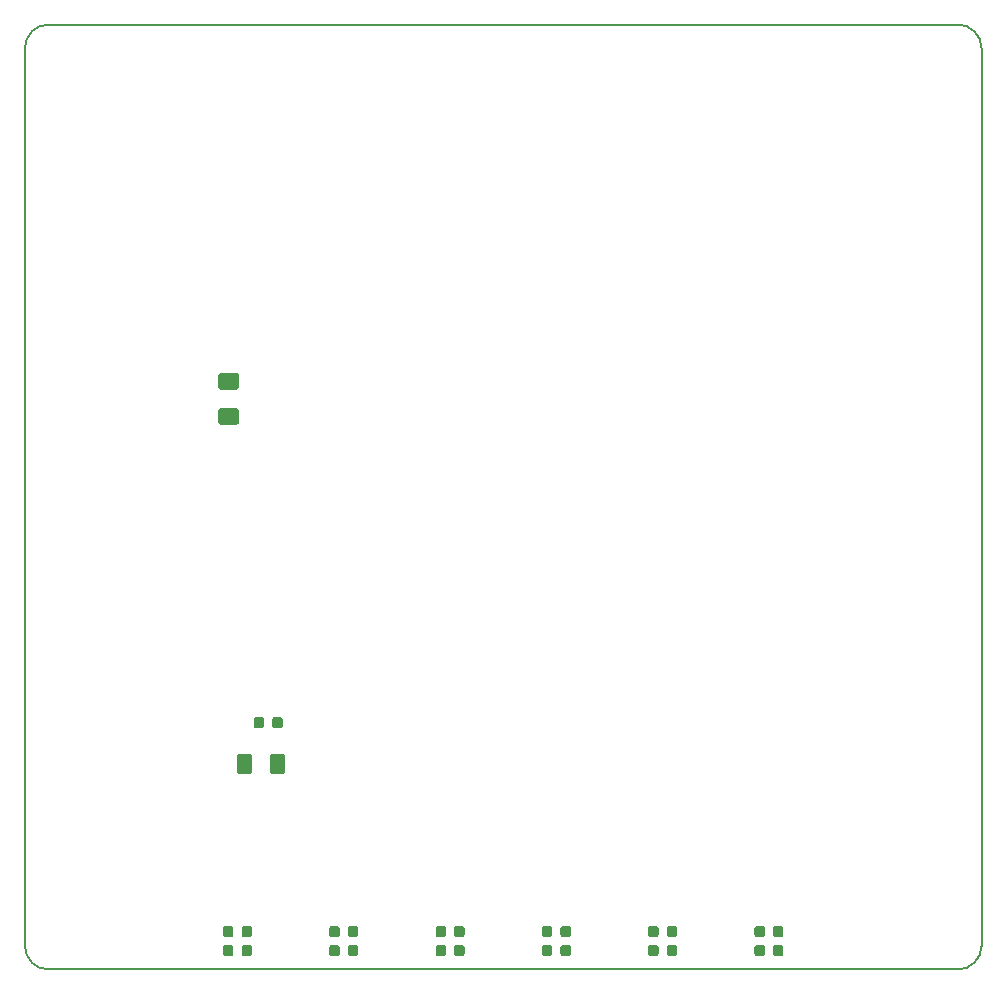
<source format=gbr>
G04 #@! TF.GenerationSoftware,KiCad,Pcbnew,5.1.5-52549c5~84~ubuntu19.10.1*
G04 #@! TF.CreationDate,2020-02-14T21:39:38+02:00*
G04 #@! TF.ProjectId,GB-BRK-SLOT-B,47422d42-524b-42d5-934c-4f542d422e6b,v1.0*
G04 #@! TF.SameCoordinates,Original*
G04 #@! TF.FileFunction,Paste,Top*
G04 #@! TF.FilePolarity,Positive*
%FSLAX46Y46*%
G04 Gerber Fmt 4.6, Leading zero omitted, Abs format (unit mm)*
G04 Created by KiCad (PCBNEW 5.1.5-52549c5~84~ubuntu19.10.1) date 2020-02-14 21:39:38*
%MOMM*%
%LPD*%
G04 APERTURE LIST*
%ADD10C,0.150000*%
%ADD11C,0.100000*%
G04 APERTURE END LIST*
D10*
X128000000Y-148000000D02*
G75*
G02X126000000Y-150000000I-2000000J0D01*
G01*
X49000000Y-150000000D02*
G75*
G02X47000000Y-148000000I0J2000000D01*
G01*
X47000000Y-72000000D02*
G75*
G02X49000000Y-70000000I2000000J0D01*
G01*
X126000000Y-70000000D02*
G75*
G02X128000000Y-72000000I0J-2000000D01*
G01*
X128000000Y-72000000D02*
X128000000Y-148000000D01*
X49000000Y-70000000D02*
X126000000Y-70000000D01*
X49000000Y-150000000D02*
X126000000Y-150000000D01*
X47000000Y-72000000D02*
X47000000Y-148000000D01*
D11*
G36*
X64899504Y-102466204D02*
G01*
X64923773Y-102469804D01*
X64947571Y-102475765D01*
X64970671Y-102484030D01*
X64992849Y-102494520D01*
X65013893Y-102507133D01*
X65033598Y-102521747D01*
X65051777Y-102538223D01*
X65068253Y-102556402D01*
X65082867Y-102576107D01*
X65095480Y-102597151D01*
X65105970Y-102619329D01*
X65114235Y-102642429D01*
X65120196Y-102666227D01*
X65123796Y-102690496D01*
X65125000Y-102715000D01*
X65125000Y-103640000D01*
X65123796Y-103664504D01*
X65120196Y-103688773D01*
X65114235Y-103712571D01*
X65105970Y-103735671D01*
X65095480Y-103757849D01*
X65082867Y-103778893D01*
X65068253Y-103798598D01*
X65051777Y-103816777D01*
X65033598Y-103833253D01*
X65013893Y-103847867D01*
X64992849Y-103860480D01*
X64970671Y-103870970D01*
X64947571Y-103879235D01*
X64923773Y-103885196D01*
X64899504Y-103888796D01*
X64875000Y-103890000D01*
X63625000Y-103890000D01*
X63600496Y-103888796D01*
X63576227Y-103885196D01*
X63552429Y-103879235D01*
X63529329Y-103870970D01*
X63507151Y-103860480D01*
X63486107Y-103847867D01*
X63466402Y-103833253D01*
X63448223Y-103816777D01*
X63431747Y-103798598D01*
X63417133Y-103778893D01*
X63404520Y-103757849D01*
X63394030Y-103735671D01*
X63385765Y-103712571D01*
X63379804Y-103688773D01*
X63376204Y-103664504D01*
X63375000Y-103640000D01*
X63375000Y-102715000D01*
X63376204Y-102690496D01*
X63379804Y-102666227D01*
X63385765Y-102642429D01*
X63394030Y-102619329D01*
X63404520Y-102597151D01*
X63417133Y-102576107D01*
X63431747Y-102556402D01*
X63448223Y-102538223D01*
X63466402Y-102521747D01*
X63486107Y-102507133D01*
X63507151Y-102494520D01*
X63529329Y-102484030D01*
X63552429Y-102475765D01*
X63576227Y-102469804D01*
X63600496Y-102466204D01*
X63625000Y-102465000D01*
X64875000Y-102465000D01*
X64899504Y-102466204D01*
G37*
G36*
X64899504Y-99491204D02*
G01*
X64923773Y-99494804D01*
X64947571Y-99500765D01*
X64970671Y-99509030D01*
X64992849Y-99519520D01*
X65013893Y-99532133D01*
X65033598Y-99546747D01*
X65051777Y-99563223D01*
X65068253Y-99581402D01*
X65082867Y-99601107D01*
X65095480Y-99622151D01*
X65105970Y-99644329D01*
X65114235Y-99667429D01*
X65120196Y-99691227D01*
X65123796Y-99715496D01*
X65125000Y-99740000D01*
X65125000Y-100665000D01*
X65123796Y-100689504D01*
X65120196Y-100713773D01*
X65114235Y-100737571D01*
X65105970Y-100760671D01*
X65095480Y-100782849D01*
X65082867Y-100803893D01*
X65068253Y-100823598D01*
X65051777Y-100841777D01*
X65033598Y-100858253D01*
X65013893Y-100872867D01*
X64992849Y-100885480D01*
X64970671Y-100895970D01*
X64947571Y-100904235D01*
X64923773Y-100910196D01*
X64899504Y-100913796D01*
X64875000Y-100915000D01*
X63625000Y-100915000D01*
X63600496Y-100913796D01*
X63576227Y-100910196D01*
X63552429Y-100904235D01*
X63529329Y-100895970D01*
X63507151Y-100885480D01*
X63486107Y-100872867D01*
X63466402Y-100858253D01*
X63448223Y-100841777D01*
X63431747Y-100823598D01*
X63417133Y-100803893D01*
X63404520Y-100782849D01*
X63394030Y-100760671D01*
X63385765Y-100737571D01*
X63379804Y-100713773D01*
X63376204Y-100689504D01*
X63375000Y-100665000D01*
X63375000Y-99740000D01*
X63376204Y-99715496D01*
X63379804Y-99691227D01*
X63385765Y-99667429D01*
X63394030Y-99644329D01*
X63404520Y-99622151D01*
X63417133Y-99601107D01*
X63431747Y-99581402D01*
X63448223Y-99563223D01*
X63466402Y-99546747D01*
X63486107Y-99532133D01*
X63507151Y-99519520D01*
X63529329Y-99509030D01*
X63552429Y-99500765D01*
X63576227Y-99494804D01*
X63600496Y-99491204D01*
X63625000Y-99490000D01*
X64875000Y-99490000D01*
X64899504Y-99491204D01*
G37*
G36*
X66027691Y-147926053D02*
G01*
X66048926Y-147929203D01*
X66069750Y-147934419D01*
X66089962Y-147941651D01*
X66109368Y-147950830D01*
X66127781Y-147961866D01*
X66145024Y-147974654D01*
X66160930Y-147989070D01*
X66175346Y-148004976D01*
X66188134Y-148022219D01*
X66199170Y-148040632D01*
X66208349Y-148060038D01*
X66215581Y-148080250D01*
X66220797Y-148101074D01*
X66223947Y-148122309D01*
X66225000Y-148143750D01*
X66225000Y-148656250D01*
X66223947Y-148677691D01*
X66220797Y-148698926D01*
X66215581Y-148719750D01*
X66208349Y-148739962D01*
X66199170Y-148759368D01*
X66188134Y-148777781D01*
X66175346Y-148795024D01*
X66160930Y-148810930D01*
X66145024Y-148825346D01*
X66127781Y-148838134D01*
X66109368Y-148849170D01*
X66089962Y-148858349D01*
X66069750Y-148865581D01*
X66048926Y-148870797D01*
X66027691Y-148873947D01*
X66006250Y-148875000D01*
X65568750Y-148875000D01*
X65547309Y-148873947D01*
X65526074Y-148870797D01*
X65505250Y-148865581D01*
X65485038Y-148858349D01*
X65465632Y-148849170D01*
X65447219Y-148838134D01*
X65429976Y-148825346D01*
X65414070Y-148810930D01*
X65399654Y-148795024D01*
X65386866Y-148777781D01*
X65375830Y-148759368D01*
X65366651Y-148739962D01*
X65359419Y-148719750D01*
X65354203Y-148698926D01*
X65351053Y-148677691D01*
X65350000Y-148656250D01*
X65350000Y-148143750D01*
X65351053Y-148122309D01*
X65354203Y-148101074D01*
X65359419Y-148080250D01*
X65366651Y-148060038D01*
X65375830Y-148040632D01*
X65386866Y-148022219D01*
X65399654Y-148004976D01*
X65414070Y-147989070D01*
X65429976Y-147974654D01*
X65447219Y-147961866D01*
X65465632Y-147950830D01*
X65485038Y-147941651D01*
X65505250Y-147934419D01*
X65526074Y-147929203D01*
X65547309Y-147926053D01*
X65568750Y-147925000D01*
X66006250Y-147925000D01*
X66027691Y-147926053D01*
G37*
G36*
X64452691Y-147926053D02*
G01*
X64473926Y-147929203D01*
X64494750Y-147934419D01*
X64514962Y-147941651D01*
X64534368Y-147950830D01*
X64552781Y-147961866D01*
X64570024Y-147974654D01*
X64585930Y-147989070D01*
X64600346Y-148004976D01*
X64613134Y-148022219D01*
X64624170Y-148040632D01*
X64633349Y-148060038D01*
X64640581Y-148080250D01*
X64645797Y-148101074D01*
X64648947Y-148122309D01*
X64650000Y-148143750D01*
X64650000Y-148656250D01*
X64648947Y-148677691D01*
X64645797Y-148698926D01*
X64640581Y-148719750D01*
X64633349Y-148739962D01*
X64624170Y-148759368D01*
X64613134Y-148777781D01*
X64600346Y-148795024D01*
X64585930Y-148810930D01*
X64570024Y-148825346D01*
X64552781Y-148838134D01*
X64534368Y-148849170D01*
X64514962Y-148858349D01*
X64494750Y-148865581D01*
X64473926Y-148870797D01*
X64452691Y-148873947D01*
X64431250Y-148875000D01*
X63993750Y-148875000D01*
X63972309Y-148873947D01*
X63951074Y-148870797D01*
X63930250Y-148865581D01*
X63910038Y-148858349D01*
X63890632Y-148849170D01*
X63872219Y-148838134D01*
X63854976Y-148825346D01*
X63839070Y-148810930D01*
X63824654Y-148795024D01*
X63811866Y-148777781D01*
X63800830Y-148759368D01*
X63791651Y-148739962D01*
X63784419Y-148719750D01*
X63779203Y-148698926D01*
X63776053Y-148677691D01*
X63775000Y-148656250D01*
X63775000Y-148143750D01*
X63776053Y-148122309D01*
X63779203Y-148101074D01*
X63784419Y-148080250D01*
X63791651Y-148060038D01*
X63800830Y-148040632D01*
X63811866Y-148022219D01*
X63824654Y-148004976D01*
X63839070Y-147989070D01*
X63854976Y-147974654D01*
X63872219Y-147961866D01*
X63890632Y-147950830D01*
X63910038Y-147941651D01*
X63930250Y-147934419D01*
X63951074Y-147929203D01*
X63972309Y-147926053D01*
X63993750Y-147925000D01*
X64431250Y-147925000D01*
X64452691Y-147926053D01*
G37*
G36*
X66027691Y-146326053D02*
G01*
X66048926Y-146329203D01*
X66069750Y-146334419D01*
X66089962Y-146341651D01*
X66109368Y-146350830D01*
X66127781Y-146361866D01*
X66145024Y-146374654D01*
X66160930Y-146389070D01*
X66175346Y-146404976D01*
X66188134Y-146422219D01*
X66199170Y-146440632D01*
X66208349Y-146460038D01*
X66215581Y-146480250D01*
X66220797Y-146501074D01*
X66223947Y-146522309D01*
X66225000Y-146543750D01*
X66225000Y-147056250D01*
X66223947Y-147077691D01*
X66220797Y-147098926D01*
X66215581Y-147119750D01*
X66208349Y-147139962D01*
X66199170Y-147159368D01*
X66188134Y-147177781D01*
X66175346Y-147195024D01*
X66160930Y-147210930D01*
X66145024Y-147225346D01*
X66127781Y-147238134D01*
X66109368Y-147249170D01*
X66089962Y-147258349D01*
X66069750Y-147265581D01*
X66048926Y-147270797D01*
X66027691Y-147273947D01*
X66006250Y-147275000D01*
X65568750Y-147275000D01*
X65547309Y-147273947D01*
X65526074Y-147270797D01*
X65505250Y-147265581D01*
X65485038Y-147258349D01*
X65465632Y-147249170D01*
X65447219Y-147238134D01*
X65429976Y-147225346D01*
X65414070Y-147210930D01*
X65399654Y-147195024D01*
X65386866Y-147177781D01*
X65375830Y-147159368D01*
X65366651Y-147139962D01*
X65359419Y-147119750D01*
X65354203Y-147098926D01*
X65351053Y-147077691D01*
X65350000Y-147056250D01*
X65350000Y-146543750D01*
X65351053Y-146522309D01*
X65354203Y-146501074D01*
X65359419Y-146480250D01*
X65366651Y-146460038D01*
X65375830Y-146440632D01*
X65386866Y-146422219D01*
X65399654Y-146404976D01*
X65414070Y-146389070D01*
X65429976Y-146374654D01*
X65447219Y-146361866D01*
X65465632Y-146350830D01*
X65485038Y-146341651D01*
X65505250Y-146334419D01*
X65526074Y-146329203D01*
X65547309Y-146326053D01*
X65568750Y-146325000D01*
X66006250Y-146325000D01*
X66027691Y-146326053D01*
G37*
G36*
X64452691Y-146326053D02*
G01*
X64473926Y-146329203D01*
X64494750Y-146334419D01*
X64514962Y-146341651D01*
X64534368Y-146350830D01*
X64552781Y-146361866D01*
X64570024Y-146374654D01*
X64585930Y-146389070D01*
X64600346Y-146404976D01*
X64613134Y-146422219D01*
X64624170Y-146440632D01*
X64633349Y-146460038D01*
X64640581Y-146480250D01*
X64645797Y-146501074D01*
X64648947Y-146522309D01*
X64650000Y-146543750D01*
X64650000Y-147056250D01*
X64648947Y-147077691D01*
X64645797Y-147098926D01*
X64640581Y-147119750D01*
X64633349Y-147139962D01*
X64624170Y-147159368D01*
X64613134Y-147177781D01*
X64600346Y-147195024D01*
X64585930Y-147210930D01*
X64570024Y-147225346D01*
X64552781Y-147238134D01*
X64534368Y-147249170D01*
X64514962Y-147258349D01*
X64494750Y-147265581D01*
X64473926Y-147270797D01*
X64452691Y-147273947D01*
X64431250Y-147275000D01*
X63993750Y-147275000D01*
X63972309Y-147273947D01*
X63951074Y-147270797D01*
X63930250Y-147265581D01*
X63910038Y-147258349D01*
X63890632Y-147249170D01*
X63872219Y-147238134D01*
X63854976Y-147225346D01*
X63839070Y-147210930D01*
X63824654Y-147195024D01*
X63811866Y-147177781D01*
X63800830Y-147159368D01*
X63791651Y-147139962D01*
X63784419Y-147119750D01*
X63779203Y-147098926D01*
X63776053Y-147077691D01*
X63775000Y-147056250D01*
X63775000Y-146543750D01*
X63776053Y-146522309D01*
X63779203Y-146501074D01*
X63784419Y-146480250D01*
X63791651Y-146460038D01*
X63800830Y-146440632D01*
X63811866Y-146422219D01*
X63824654Y-146404976D01*
X63839070Y-146389070D01*
X63854976Y-146374654D01*
X63872219Y-146361866D01*
X63890632Y-146350830D01*
X63910038Y-146341651D01*
X63930250Y-146334419D01*
X63951074Y-146329203D01*
X63972309Y-146326053D01*
X63993750Y-146325000D01*
X64431250Y-146325000D01*
X64452691Y-146326053D01*
G37*
G36*
X65999504Y-131726204D02*
G01*
X66023773Y-131729804D01*
X66047571Y-131735765D01*
X66070671Y-131744030D01*
X66092849Y-131754520D01*
X66113893Y-131767133D01*
X66133598Y-131781747D01*
X66151777Y-131798223D01*
X66168253Y-131816402D01*
X66182867Y-131836107D01*
X66195480Y-131857151D01*
X66205970Y-131879329D01*
X66214235Y-131902429D01*
X66220196Y-131926227D01*
X66223796Y-131950496D01*
X66225000Y-131975000D01*
X66225000Y-133225000D01*
X66223796Y-133249504D01*
X66220196Y-133273773D01*
X66214235Y-133297571D01*
X66205970Y-133320671D01*
X66195480Y-133342849D01*
X66182867Y-133363893D01*
X66168253Y-133383598D01*
X66151777Y-133401777D01*
X66133598Y-133418253D01*
X66113893Y-133432867D01*
X66092849Y-133445480D01*
X66070671Y-133455970D01*
X66047571Y-133464235D01*
X66023773Y-133470196D01*
X65999504Y-133473796D01*
X65975000Y-133475000D01*
X65225000Y-133475000D01*
X65200496Y-133473796D01*
X65176227Y-133470196D01*
X65152429Y-133464235D01*
X65129329Y-133455970D01*
X65107151Y-133445480D01*
X65086107Y-133432867D01*
X65066402Y-133418253D01*
X65048223Y-133401777D01*
X65031747Y-133383598D01*
X65017133Y-133363893D01*
X65004520Y-133342849D01*
X64994030Y-133320671D01*
X64985765Y-133297571D01*
X64979804Y-133273773D01*
X64976204Y-133249504D01*
X64975000Y-133225000D01*
X64975000Y-131975000D01*
X64976204Y-131950496D01*
X64979804Y-131926227D01*
X64985765Y-131902429D01*
X64994030Y-131879329D01*
X65004520Y-131857151D01*
X65017133Y-131836107D01*
X65031747Y-131816402D01*
X65048223Y-131798223D01*
X65066402Y-131781747D01*
X65086107Y-131767133D01*
X65107151Y-131754520D01*
X65129329Y-131744030D01*
X65152429Y-131735765D01*
X65176227Y-131729804D01*
X65200496Y-131726204D01*
X65225000Y-131725000D01*
X65975000Y-131725000D01*
X65999504Y-131726204D01*
G37*
G36*
X68799504Y-131726204D02*
G01*
X68823773Y-131729804D01*
X68847571Y-131735765D01*
X68870671Y-131744030D01*
X68892849Y-131754520D01*
X68913893Y-131767133D01*
X68933598Y-131781747D01*
X68951777Y-131798223D01*
X68968253Y-131816402D01*
X68982867Y-131836107D01*
X68995480Y-131857151D01*
X69005970Y-131879329D01*
X69014235Y-131902429D01*
X69020196Y-131926227D01*
X69023796Y-131950496D01*
X69025000Y-131975000D01*
X69025000Y-133225000D01*
X69023796Y-133249504D01*
X69020196Y-133273773D01*
X69014235Y-133297571D01*
X69005970Y-133320671D01*
X68995480Y-133342849D01*
X68982867Y-133363893D01*
X68968253Y-133383598D01*
X68951777Y-133401777D01*
X68933598Y-133418253D01*
X68913893Y-133432867D01*
X68892849Y-133445480D01*
X68870671Y-133455970D01*
X68847571Y-133464235D01*
X68823773Y-133470196D01*
X68799504Y-133473796D01*
X68775000Y-133475000D01*
X68025000Y-133475000D01*
X68000496Y-133473796D01*
X67976227Y-133470196D01*
X67952429Y-133464235D01*
X67929329Y-133455970D01*
X67907151Y-133445480D01*
X67886107Y-133432867D01*
X67866402Y-133418253D01*
X67848223Y-133401777D01*
X67831747Y-133383598D01*
X67817133Y-133363893D01*
X67804520Y-133342849D01*
X67794030Y-133320671D01*
X67785765Y-133297571D01*
X67779804Y-133273773D01*
X67776204Y-133249504D01*
X67775000Y-133225000D01*
X67775000Y-131975000D01*
X67776204Y-131950496D01*
X67779804Y-131926227D01*
X67785765Y-131902429D01*
X67794030Y-131879329D01*
X67804520Y-131857151D01*
X67817133Y-131836107D01*
X67831747Y-131816402D01*
X67848223Y-131798223D01*
X67866402Y-131781747D01*
X67886107Y-131767133D01*
X67907151Y-131754520D01*
X67929329Y-131744030D01*
X67952429Y-131735765D01*
X67976227Y-131729804D01*
X68000496Y-131726204D01*
X68025000Y-131725000D01*
X68775000Y-131725000D01*
X68799504Y-131726204D01*
G37*
G36*
X67052691Y-128626053D02*
G01*
X67073926Y-128629203D01*
X67094750Y-128634419D01*
X67114962Y-128641651D01*
X67134368Y-128650830D01*
X67152781Y-128661866D01*
X67170024Y-128674654D01*
X67185930Y-128689070D01*
X67200346Y-128704976D01*
X67213134Y-128722219D01*
X67224170Y-128740632D01*
X67233349Y-128760038D01*
X67240581Y-128780250D01*
X67245797Y-128801074D01*
X67248947Y-128822309D01*
X67250000Y-128843750D01*
X67250000Y-129356250D01*
X67248947Y-129377691D01*
X67245797Y-129398926D01*
X67240581Y-129419750D01*
X67233349Y-129439962D01*
X67224170Y-129459368D01*
X67213134Y-129477781D01*
X67200346Y-129495024D01*
X67185930Y-129510930D01*
X67170024Y-129525346D01*
X67152781Y-129538134D01*
X67134368Y-129549170D01*
X67114962Y-129558349D01*
X67094750Y-129565581D01*
X67073926Y-129570797D01*
X67052691Y-129573947D01*
X67031250Y-129575000D01*
X66593750Y-129575000D01*
X66572309Y-129573947D01*
X66551074Y-129570797D01*
X66530250Y-129565581D01*
X66510038Y-129558349D01*
X66490632Y-129549170D01*
X66472219Y-129538134D01*
X66454976Y-129525346D01*
X66439070Y-129510930D01*
X66424654Y-129495024D01*
X66411866Y-129477781D01*
X66400830Y-129459368D01*
X66391651Y-129439962D01*
X66384419Y-129419750D01*
X66379203Y-129398926D01*
X66376053Y-129377691D01*
X66375000Y-129356250D01*
X66375000Y-128843750D01*
X66376053Y-128822309D01*
X66379203Y-128801074D01*
X66384419Y-128780250D01*
X66391651Y-128760038D01*
X66400830Y-128740632D01*
X66411866Y-128722219D01*
X66424654Y-128704976D01*
X66439070Y-128689070D01*
X66454976Y-128674654D01*
X66472219Y-128661866D01*
X66490632Y-128650830D01*
X66510038Y-128641651D01*
X66530250Y-128634419D01*
X66551074Y-128629203D01*
X66572309Y-128626053D01*
X66593750Y-128625000D01*
X67031250Y-128625000D01*
X67052691Y-128626053D01*
G37*
G36*
X68627691Y-128626053D02*
G01*
X68648926Y-128629203D01*
X68669750Y-128634419D01*
X68689962Y-128641651D01*
X68709368Y-128650830D01*
X68727781Y-128661866D01*
X68745024Y-128674654D01*
X68760930Y-128689070D01*
X68775346Y-128704976D01*
X68788134Y-128722219D01*
X68799170Y-128740632D01*
X68808349Y-128760038D01*
X68815581Y-128780250D01*
X68820797Y-128801074D01*
X68823947Y-128822309D01*
X68825000Y-128843750D01*
X68825000Y-129356250D01*
X68823947Y-129377691D01*
X68820797Y-129398926D01*
X68815581Y-129419750D01*
X68808349Y-129439962D01*
X68799170Y-129459368D01*
X68788134Y-129477781D01*
X68775346Y-129495024D01*
X68760930Y-129510930D01*
X68745024Y-129525346D01*
X68727781Y-129538134D01*
X68709368Y-129549170D01*
X68689962Y-129558349D01*
X68669750Y-129565581D01*
X68648926Y-129570797D01*
X68627691Y-129573947D01*
X68606250Y-129575000D01*
X68168750Y-129575000D01*
X68147309Y-129573947D01*
X68126074Y-129570797D01*
X68105250Y-129565581D01*
X68085038Y-129558349D01*
X68065632Y-129549170D01*
X68047219Y-129538134D01*
X68029976Y-129525346D01*
X68014070Y-129510930D01*
X67999654Y-129495024D01*
X67986866Y-129477781D01*
X67975830Y-129459368D01*
X67966651Y-129439962D01*
X67959419Y-129419750D01*
X67954203Y-129398926D01*
X67951053Y-129377691D01*
X67950000Y-129356250D01*
X67950000Y-128843750D01*
X67951053Y-128822309D01*
X67954203Y-128801074D01*
X67959419Y-128780250D01*
X67966651Y-128760038D01*
X67975830Y-128740632D01*
X67986866Y-128722219D01*
X67999654Y-128704976D01*
X68014070Y-128689070D01*
X68029976Y-128674654D01*
X68047219Y-128661866D01*
X68065632Y-128650830D01*
X68085038Y-128641651D01*
X68105250Y-128634419D01*
X68126074Y-128629203D01*
X68147309Y-128626053D01*
X68168750Y-128625000D01*
X68606250Y-128625000D01*
X68627691Y-128626053D01*
G37*
G36*
X102027691Y-147926053D02*
G01*
X102048926Y-147929203D01*
X102069750Y-147934419D01*
X102089962Y-147941651D01*
X102109368Y-147950830D01*
X102127781Y-147961866D01*
X102145024Y-147974654D01*
X102160930Y-147989070D01*
X102175346Y-148004976D01*
X102188134Y-148022219D01*
X102199170Y-148040632D01*
X102208349Y-148060038D01*
X102215581Y-148080250D01*
X102220797Y-148101074D01*
X102223947Y-148122309D01*
X102225000Y-148143750D01*
X102225000Y-148656250D01*
X102223947Y-148677691D01*
X102220797Y-148698926D01*
X102215581Y-148719750D01*
X102208349Y-148739962D01*
X102199170Y-148759368D01*
X102188134Y-148777781D01*
X102175346Y-148795024D01*
X102160930Y-148810930D01*
X102145024Y-148825346D01*
X102127781Y-148838134D01*
X102109368Y-148849170D01*
X102089962Y-148858349D01*
X102069750Y-148865581D01*
X102048926Y-148870797D01*
X102027691Y-148873947D01*
X102006250Y-148875000D01*
X101568750Y-148875000D01*
X101547309Y-148873947D01*
X101526074Y-148870797D01*
X101505250Y-148865581D01*
X101485038Y-148858349D01*
X101465632Y-148849170D01*
X101447219Y-148838134D01*
X101429976Y-148825346D01*
X101414070Y-148810930D01*
X101399654Y-148795024D01*
X101386866Y-148777781D01*
X101375830Y-148759368D01*
X101366651Y-148739962D01*
X101359419Y-148719750D01*
X101354203Y-148698926D01*
X101351053Y-148677691D01*
X101350000Y-148656250D01*
X101350000Y-148143750D01*
X101351053Y-148122309D01*
X101354203Y-148101074D01*
X101359419Y-148080250D01*
X101366651Y-148060038D01*
X101375830Y-148040632D01*
X101386866Y-148022219D01*
X101399654Y-148004976D01*
X101414070Y-147989070D01*
X101429976Y-147974654D01*
X101447219Y-147961866D01*
X101465632Y-147950830D01*
X101485038Y-147941651D01*
X101505250Y-147934419D01*
X101526074Y-147929203D01*
X101547309Y-147926053D01*
X101568750Y-147925000D01*
X102006250Y-147925000D01*
X102027691Y-147926053D01*
G37*
G36*
X100452691Y-147926053D02*
G01*
X100473926Y-147929203D01*
X100494750Y-147934419D01*
X100514962Y-147941651D01*
X100534368Y-147950830D01*
X100552781Y-147961866D01*
X100570024Y-147974654D01*
X100585930Y-147989070D01*
X100600346Y-148004976D01*
X100613134Y-148022219D01*
X100624170Y-148040632D01*
X100633349Y-148060038D01*
X100640581Y-148080250D01*
X100645797Y-148101074D01*
X100648947Y-148122309D01*
X100650000Y-148143750D01*
X100650000Y-148656250D01*
X100648947Y-148677691D01*
X100645797Y-148698926D01*
X100640581Y-148719750D01*
X100633349Y-148739962D01*
X100624170Y-148759368D01*
X100613134Y-148777781D01*
X100600346Y-148795024D01*
X100585930Y-148810930D01*
X100570024Y-148825346D01*
X100552781Y-148838134D01*
X100534368Y-148849170D01*
X100514962Y-148858349D01*
X100494750Y-148865581D01*
X100473926Y-148870797D01*
X100452691Y-148873947D01*
X100431250Y-148875000D01*
X99993750Y-148875000D01*
X99972309Y-148873947D01*
X99951074Y-148870797D01*
X99930250Y-148865581D01*
X99910038Y-148858349D01*
X99890632Y-148849170D01*
X99872219Y-148838134D01*
X99854976Y-148825346D01*
X99839070Y-148810930D01*
X99824654Y-148795024D01*
X99811866Y-148777781D01*
X99800830Y-148759368D01*
X99791651Y-148739962D01*
X99784419Y-148719750D01*
X99779203Y-148698926D01*
X99776053Y-148677691D01*
X99775000Y-148656250D01*
X99775000Y-148143750D01*
X99776053Y-148122309D01*
X99779203Y-148101074D01*
X99784419Y-148080250D01*
X99791651Y-148060038D01*
X99800830Y-148040632D01*
X99811866Y-148022219D01*
X99824654Y-148004976D01*
X99839070Y-147989070D01*
X99854976Y-147974654D01*
X99872219Y-147961866D01*
X99890632Y-147950830D01*
X99910038Y-147941651D01*
X99930250Y-147934419D01*
X99951074Y-147929203D01*
X99972309Y-147926053D01*
X99993750Y-147925000D01*
X100431250Y-147925000D01*
X100452691Y-147926053D01*
G37*
G36*
X75027691Y-147926053D02*
G01*
X75048926Y-147929203D01*
X75069750Y-147934419D01*
X75089962Y-147941651D01*
X75109368Y-147950830D01*
X75127781Y-147961866D01*
X75145024Y-147974654D01*
X75160930Y-147989070D01*
X75175346Y-148004976D01*
X75188134Y-148022219D01*
X75199170Y-148040632D01*
X75208349Y-148060038D01*
X75215581Y-148080250D01*
X75220797Y-148101074D01*
X75223947Y-148122309D01*
X75225000Y-148143750D01*
X75225000Y-148656250D01*
X75223947Y-148677691D01*
X75220797Y-148698926D01*
X75215581Y-148719750D01*
X75208349Y-148739962D01*
X75199170Y-148759368D01*
X75188134Y-148777781D01*
X75175346Y-148795024D01*
X75160930Y-148810930D01*
X75145024Y-148825346D01*
X75127781Y-148838134D01*
X75109368Y-148849170D01*
X75089962Y-148858349D01*
X75069750Y-148865581D01*
X75048926Y-148870797D01*
X75027691Y-148873947D01*
X75006250Y-148875000D01*
X74568750Y-148875000D01*
X74547309Y-148873947D01*
X74526074Y-148870797D01*
X74505250Y-148865581D01*
X74485038Y-148858349D01*
X74465632Y-148849170D01*
X74447219Y-148838134D01*
X74429976Y-148825346D01*
X74414070Y-148810930D01*
X74399654Y-148795024D01*
X74386866Y-148777781D01*
X74375830Y-148759368D01*
X74366651Y-148739962D01*
X74359419Y-148719750D01*
X74354203Y-148698926D01*
X74351053Y-148677691D01*
X74350000Y-148656250D01*
X74350000Y-148143750D01*
X74351053Y-148122309D01*
X74354203Y-148101074D01*
X74359419Y-148080250D01*
X74366651Y-148060038D01*
X74375830Y-148040632D01*
X74386866Y-148022219D01*
X74399654Y-148004976D01*
X74414070Y-147989070D01*
X74429976Y-147974654D01*
X74447219Y-147961866D01*
X74465632Y-147950830D01*
X74485038Y-147941651D01*
X74505250Y-147934419D01*
X74526074Y-147929203D01*
X74547309Y-147926053D01*
X74568750Y-147925000D01*
X75006250Y-147925000D01*
X75027691Y-147926053D01*
G37*
G36*
X73452691Y-147926053D02*
G01*
X73473926Y-147929203D01*
X73494750Y-147934419D01*
X73514962Y-147941651D01*
X73534368Y-147950830D01*
X73552781Y-147961866D01*
X73570024Y-147974654D01*
X73585930Y-147989070D01*
X73600346Y-148004976D01*
X73613134Y-148022219D01*
X73624170Y-148040632D01*
X73633349Y-148060038D01*
X73640581Y-148080250D01*
X73645797Y-148101074D01*
X73648947Y-148122309D01*
X73650000Y-148143750D01*
X73650000Y-148656250D01*
X73648947Y-148677691D01*
X73645797Y-148698926D01*
X73640581Y-148719750D01*
X73633349Y-148739962D01*
X73624170Y-148759368D01*
X73613134Y-148777781D01*
X73600346Y-148795024D01*
X73585930Y-148810930D01*
X73570024Y-148825346D01*
X73552781Y-148838134D01*
X73534368Y-148849170D01*
X73514962Y-148858349D01*
X73494750Y-148865581D01*
X73473926Y-148870797D01*
X73452691Y-148873947D01*
X73431250Y-148875000D01*
X72993750Y-148875000D01*
X72972309Y-148873947D01*
X72951074Y-148870797D01*
X72930250Y-148865581D01*
X72910038Y-148858349D01*
X72890632Y-148849170D01*
X72872219Y-148838134D01*
X72854976Y-148825346D01*
X72839070Y-148810930D01*
X72824654Y-148795024D01*
X72811866Y-148777781D01*
X72800830Y-148759368D01*
X72791651Y-148739962D01*
X72784419Y-148719750D01*
X72779203Y-148698926D01*
X72776053Y-148677691D01*
X72775000Y-148656250D01*
X72775000Y-148143750D01*
X72776053Y-148122309D01*
X72779203Y-148101074D01*
X72784419Y-148080250D01*
X72791651Y-148060038D01*
X72800830Y-148040632D01*
X72811866Y-148022219D01*
X72824654Y-148004976D01*
X72839070Y-147989070D01*
X72854976Y-147974654D01*
X72872219Y-147961866D01*
X72890632Y-147950830D01*
X72910038Y-147941651D01*
X72930250Y-147934419D01*
X72951074Y-147929203D01*
X72972309Y-147926053D01*
X72993750Y-147925000D01*
X73431250Y-147925000D01*
X73452691Y-147926053D01*
G37*
G36*
X84027691Y-147926053D02*
G01*
X84048926Y-147929203D01*
X84069750Y-147934419D01*
X84089962Y-147941651D01*
X84109368Y-147950830D01*
X84127781Y-147961866D01*
X84145024Y-147974654D01*
X84160930Y-147989070D01*
X84175346Y-148004976D01*
X84188134Y-148022219D01*
X84199170Y-148040632D01*
X84208349Y-148060038D01*
X84215581Y-148080250D01*
X84220797Y-148101074D01*
X84223947Y-148122309D01*
X84225000Y-148143750D01*
X84225000Y-148656250D01*
X84223947Y-148677691D01*
X84220797Y-148698926D01*
X84215581Y-148719750D01*
X84208349Y-148739962D01*
X84199170Y-148759368D01*
X84188134Y-148777781D01*
X84175346Y-148795024D01*
X84160930Y-148810930D01*
X84145024Y-148825346D01*
X84127781Y-148838134D01*
X84109368Y-148849170D01*
X84089962Y-148858349D01*
X84069750Y-148865581D01*
X84048926Y-148870797D01*
X84027691Y-148873947D01*
X84006250Y-148875000D01*
X83568750Y-148875000D01*
X83547309Y-148873947D01*
X83526074Y-148870797D01*
X83505250Y-148865581D01*
X83485038Y-148858349D01*
X83465632Y-148849170D01*
X83447219Y-148838134D01*
X83429976Y-148825346D01*
X83414070Y-148810930D01*
X83399654Y-148795024D01*
X83386866Y-148777781D01*
X83375830Y-148759368D01*
X83366651Y-148739962D01*
X83359419Y-148719750D01*
X83354203Y-148698926D01*
X83351053Y-148677691D01*
X83350000Y-148656250D01*
X83350000Y-148143750D01*
X83351053Y-148122309D01*
X83354203Y-148101074D01*
X83359419Y-148080250D01*
X83366651Y-148060038D01*
X83375830Y-148040632D01*
X83386866Y-148022219D01*
X83399654Y-148004976D01*
X83414070Y-147989070D01*
X83429976Y-147974654D01*
X83447219Y-147961866D01*
X83465632Y-147950830D01*
X83485038Y-147941651D01*
X83505250Y-147934419D01*
X83526074Y-147929203D01*
X83547309Y-147926053D01*
X83568750Y-147925000D01*
X84006250Y-147925000D01*
X84027691Y-147926053D01*
G37*
G36*
X82452691Y-147926053D02*
G01*
X82473926Y-147929203D01*
X82494750Y-147934419D01*
X82514962Y-147941651D01*
X82534368Y-147950830D01*
X82552781Y-147961866D01*
X82570024Y-147974654D01*
X82585930Y-147989070D01*
X82600346Y-148004976D01*
X82613134Y-148022219D01*
X82624170Y-148040632D01*
X82633349Y-148060038D01*
X82640581Y-148080250D01*
X82645797Y-148101074D01*
X82648947Y-148122309D01*
X82650000Y-148143750D01*
X82650000Y-148656250D01*
X82648947Y-148677691D01*
X82645797Y-148698926D01*
X82640581Y-148719750D01*
X82633349Y-148739962D01*
X82624170Y-148759368D01*
X82613134Y-148777781D01*
X82600346Y-148795024D01*
X82585930Y-148810930D01*
X82570024Y-148825346D01*
X82552781Y-148838134D01*
X82534368Y-148849170D01*
X82514962Y-148858349D01*
X82494750Y-148865581D01*
X82473926Y-148870797D01*
X82452691Y-148873947D01*
X82431250Y-148875000D01*
X81993750Y-148875000D01*
X81972309Y-148873947D01*
X81951074Y-148870797D01*
X81930250Y-148865581D01*
X81910038Y-148858349D01*
X81890632Y-148849170D01*
X81872219Y-148838134D01*
X81854976Y-148825346D01*
X81839070Y-148810930D01*
X81824654Y-148795024D01*
X81811866Y-148777781D01*
X81800830Y-148759368D01*
X81791651Y-148739962D01*
X81784419Y-148719750D01*
X81779203Y-148698926D01*
X81776053Y-148677691D01*
X81775000Y-148656250D01*
X81775000Y-148143750D01*
X81776053Y-148122309D01*
X81779203Y-148101074D01*
X81784419Y-148080250D01*
X81791651Y-148060038D01*
X81800830Y-148040632D01*
X81811866Y-148022219D01*
X81824654Y-148004976D01*
X81839070Y-147989070D01*
X81854976Y-147974654D01*
X81872219Y-147961866D01*
X81890632Y-147950830D01*
X81910038Y-147941651D01*
X81930250Y-147934419D01*
X81951074Y-147929203D01*
X81972309Y-147926053D01*
X81993750Y-147925000D01*
X82431250Y-147925000D01*
X82452691Y-147926053D01*
G37*
G36*
X93027691Y-147926053D02*
G01*
X93048926Y-147929203D01*
X93069750Y-147934419D01*
X93089962Y-147941651D01*
X93109368Y-147950830D01*
X93127781Y-147961866D01*
X93145024Y-147974654D01*
X93160930Y-147989070D01*
X93175346Y-148004976D01*
X93188134Y-148022219D01*
X93199170Y-148040632D01*
X93208349Y-148060038D01*
X93215581Y-148080250D01*
X93220797Y-148101074D01*
X93223947Y-148122309D01*
X93225000Y-148143750D01*
X93225000Y-148656250D01*
X93223947Y-148677691D01*
X93220797Y-148698926D01*
X93215581Y-148719750D01*
X93208349Y-148739962D01*
X93199170Y-148759368D01*
X93188134Y-148777781D01*
X93175346Y-148795024D01*
X93160930Y-148810930D01*
X93145024Y-148825346D01*
X93127781Y-148838134D01*
X93109368Y-148849170D01*
X93089962Y-148858349D01*
X93069750Y-148865581D01*
X93048926Y-148870797D01*
X93027691Y-148873947D01*
X93006250Y-148875000D01*
X92568750Y-148875000D01*
X92547309Y-148873947D01*
X92526074Y-148870797D01*
X92505250Y-148865581D01*
X92485038Y-148858349D01*
X92465632Y-148849170D01*
X92447219Y-148838134D01*
X92429976Y-148825346D01*
X92414070Y-148810930D01*
X92399654Y-148795024D01*
X92386866Y-148777781D01*
X92375830Y-148759368D01*
X92366651Y-148739962D01*
X92359419Y-148719750D01*
X92354203Y-148698926D01*
X92351053Y-148677691D01*
X92350000Y-148656250D01*
X92350000Y-148143750D01*
X92351053Y-148122309D01*
X92354203Y-148101074D01*
X92359419Y-148080250D01*
X92366651Y-148060038D01*
X92375830Y-148040632D01*
X92386866Y-148022219D01*
X92399654Y-148004976D01*
X92414070Y-147989070D01*
X92429976Y-147974654D01*
X92447219Y-147961866D01*
X92465632Y-147950830D01*
X92485038Y-147941651D01*
X92505250Y-147934419D01*
X92526074Y-147929203D01*
X92547309Y-147926053D01*
X92568750Y-147925000D01*
X93006250Y-147925000D01*
X93027691Y-147926053D01*
G37*
G36*
X91452691Y-147926053D02*
G01*
X91473926Y-147929203D01*
X91494750Y-147934419D01*
X91514962Y-147941651D01*
X91534368Y-147950830D01*
X91552781Y-147961866D01*
X91570024Y-147974654D01*
X91585930Y-147989070D01*
X91600346Y-148004976D01*
X91613134Y-148022219D01*
X91624170Y-148040632D01*
X91633349Y-148060038D01*
X91640581Y-148080250D01*
X91645797Y-148101074D01*
X91648947Y-148122309D01*
X91650000Y-148143750D01*
X91650000Y-148656250D01*
X91648947Y-148677691D01*
X91645797Y-148698926D01*
X91640581Y-148719750D01*
X91633349Y-148739962D01*
X91624170Y-148759368D01*
X91613134Y-148777781D01*
X91600346Y-148795024D01*
X91585930Y-148810930D01*
X91570024Y-148825346D01*
X91552781Y-148838134D01*
X91534368Y-148849170D01*
X91514962Y-148858349D01*
X91494750Y-148865581D01*
X91473926Y-148870797D01*
X91452691Y-148873947D01*
X91431250Y-148875000D01*
X90993750Y-148875000D01*
X90972309Y-148873947D01*
X90951074Y-148870797D01*
X90930250Y-148865581D01*
X90910038Y-148858349D01*
X90890632Y-148849170D01*
X90872219Y-148838134D01*
X90854976Y-148825346D01*
X90839070Y-148810930D01*
X90824654Y-148795024D01*
X90811866Y-148777781D01*
X90800830Y-148759368D01*
X90791651Y-148739962D01*
X90784419Y-148719750D01*
X90779203Y-148698926D01*
X90776053Y-148677691D01*
X90775000Y-148656250D01*
X90775000Y-148143750D01*
X90776053Y-148122309D01*
X90779203Y-148101074D01*
X90784419Y-148080250D01*
X90791651Y-148060038D01*
X90800830Y-148040632D01*
X90811866Y-148022219D01*
X90824654Y-148004976D01*
X90839070Y-147989070D01*
X90854976Y-147974654D01*
X90872219Y-147961866D01*
X90890632Y-147950830D01*
X90910038Y-147941651D01*
X90930250Y-147934419D01*
X90951074Y-147929203D01*
X90972309Y-147926053D01*
X90993750Y-147925000D01*
X91431250Y-147925000D01*
X91452691Y-147926053D01*
G37*
G36*
X111027691Y-147926053D02*
G01*
X111048926Y-147929203D01*
X111069750Y-147934419D01*
X111089962Y-147941651D01*
X111109368Y-147950830D01*
X111127781Y-147961866D01*
X111145024Y-147974654D01*
X111160930Y-147989070D01*
X111175346Y-148004976D01*
X111188134Y-148022219D01*
X111199170Y-148040632D01*
X111208349Y-148060038D01*
X111215581Y-148080250D01*
X111220797Y-148101074D01*
X111223947Y-148122309D01*
X111225000Y-148143750D01*
X111225000Y-148656250D01*
X111223947Y-148677691D01*
X111220797Y-148698926D01*
X111215581Y-148719750D01*
X111208349Y-148739962D01*
X111199170Y-148759368D01*
X111188134Y-148777781D01*
X111175346Y-148795024D01*
X111160930Y-148810930D01*
X111145024Y-148825346D01*
X111127781Y-148838134D01*
X111109368Y-148849170D01*
X111089962Y-148858349D01*
X111069750Y-148865581D01*
X111048926Y-148870797D01*
X111027691Y-148873947D01*
X111006250Y-148875000D01*
X110568750Y-148875000D01*
X110547309Y-148873947D01*
X110526074Y-148870797D01*
X110505250Y-148865581D01*
X110485038Y-148858349D01*
X110465632Y-148849170D01*
X110447219Y-148838134D01*
X110429976Y-148825346D01*
X110414070Y-148810930D01*
X110399654Y-148795024D01*
X110386866Y-148777781D01*
X110375830Y-148759368D01*
X110366651Y-148739962D01*
X110359419Y-148719750D01*
X110354203Y-148698926D01*
X110351053Y-148677691D01*
X110350000Y-148656250D01*
X110350000Y-148143750D01*
X110351053Y-148122309D01*
X110354203Y-148101074D01*
X110359419Y-148080250D01*
X110366651Y-148060038D01*
X110375830Y-148040632D01*
X110386866Y-148022219D01*
X110399654Y-148004976D01*
X110414070Y-147989070D01*
X110429976Y-147974654D01*
X110447219Y-147961866D01*
X110465632Y-147950830D01*
X110485038Y-147941651D01*
X110505250Y-147934419D01*
X110526074Y-147929203D01*
X110547309Y-147926053D01*
X110568750Y-147925000D01*
X111006250Y-147925000D01*
X111027691Y-147926053D01*
G37*
G36*
X109452691Y-147926053D02*
G01*
X109473926Y-147929203D01*
X109494750Y-147934419D01*
X109514962Y-147941651D01*
X109534368Y-147950830D01*
X109552781Y-147961866D01*
X109570024Y-147974654D01*
X109585930Y-147989070D01*
X109600346Y-148004976D01*
X109613134Y-148022219D01*
X109624170Y-148040632D01*
X109633349Y-148060038D01*
X109640581Y-148080250D01*
X109645797Y-148101074D01*
X109648947Y-148122309D01*
X109650000Y-148143750D01*
X109650000Y-148656250D01*
X109648947Y-148677691D01*
X109645797Y-148698926D01*
X109640581Y-148719750D01*
X109633349Y-148739962D01*
X109624170Y-148759368D01*
X109613134Y-148777781D01*
X109600346Y-148795024D01*
X109585930Y-148810930D01*
X109570024Y-148825346D01*
X109552781Y-148838134D01*
X109534368Y-148849170D01*
X109514962Y-148858349D01*
X109494750Y-148865581D01*
X109473926Y-148870797D01*
X109452691Y-148873947D01*
X109431250Y-148875000D01*
X108993750Y-148875000D01*
X108972309Y-148873947D01*
X108951074Y-148870797D01*
X108930250Y-148865581D01*
X108910038Y-148858349D01*
X108890632Y-148849170D01*
X108872219Y-148838134D01*
X108854976Y-148825346D01*
X108839070Y-148810930D01*
X108824654Y-148795024D01*
X108811866Y-148777781D01*
X108800830Y-148759368D01*
X108791651Y-148739962D01*
X108784419Y-148719750D01*
X108779203Y-148698926D01*
X108776053Y-148677691D01*
X108775000Y-148656250D01*
X108775000Y-148143750D01*
X108776053Y-148122309D01*
X108779203Y-148101074D01*
X108784419Y-148080250D01*
X108791651Y-148060038D01*
X108800830Y-148040632D01*
X108811866Y-148022219D01*
X108824654Y-148004976D01*
X108839070Y-147989070D01*
X108854976Y-147974654D01*
X108872219Y-147961866D01*
X108890632Y-147950830D01*
X108910038Y-147941651D01*
X108930250Y-147934419D01*
X108951074Y-147929203D01*
X108972309Y-147926053D01*
X108993750Y-147925000D01*
X109431250Y-147925000D01*
X109452691Y-147926053D01*
G37*
G36*
X102027691Y-146326053D02*
G01*
X102048926Y-146329203D01*
X102069750Y-146334419D01*
X102089962Y-146341651D01*
X102109368Y-146350830D01*
X102127781Y-146361866D01*
X102145024Y-146374654D01*
X102160930Y-146389070D01*
X102175346Y-146404976D01*
X102188134Y-146422219D01*
X102199170Y-146440632D01*
X102208349Y-146460038D01*
X102215581Y-146480250D01*
X102220797Y-146501074D01*
X102223947Y-146522309D01*
X102225000Y-146543750D01*
X102225000Y-147056250D01*
X102223947Y-147077691D01*
X102220797Y-147098926D01*
X102215581Y-147119750D01*
X102208349Y-147139962D01*
X102199170Y-147159368D01*
X102188134Y-147177781D01*
X102175346Y-147195024D01*
X102160930Y-147210930D01*
X102145024Y-147225346D01*
X102127781Y-147238134D01*
X102109368Y-147249170D01*
X102089962Y-147258349D01*
X102069750Y-147265581D01*
X102048926Y-147270797D01*
X102027691Y-147273947D01*
X102006250Y-147275000D01*
X101568750Y-147275000D01*
X101547309Y-147273947D01*
X101526074Y-147270797D01*
X101505250Y-147265581D01*
X101485038Y-147258349D01*
X101465632Y-147249170D01*
X101447219Y-147238134D01*
X101429976Y-147225346D01*
X101414070Y-147210930D01*
X101399654Y-147195024D01*
X101386866Y-147177781D01*
X101375830Y-147159368D01*
X101366651Y-147139962D01*
X101359419Y-147119750D01*
X101354203Y-147098926D01*
X101351053Y-147077691D01*
X101350000Y-147056250D01*
X101350000Y-146543750D01*
X101351053Y-146522309D01*
X101354203Y-146501074D01*
X101359419Y-146480250D01*
X101366651Y-146460038D01*
X101375830Y-146440632D01*
X101386866Y-146422219D01*
X101399654Y-146404976D01*
X101414070Y-146389070D01*
X101429976Y-146374654D01*
X101447219Y-146361866D01*
X101465632Y-146350830D01*
X101485038Y-146341651D01*
X101505250Y-146334419D01*
X101526074Y-146329203D01*
X101547309Y-146326053D01*
X101568750Y-146325000D01*
X102006250Y-146325000D01*
X102027691Y-146326053D01*
G37*
G36*
X100452691Y-146326053D02*
G01*
X100473926Y-146329203D01*
X100494750Y-146334419D01*
X100514962Y-146341651D01*
X100534368Y-146350830D01*
X100552781Y-146361866D01*
X100570024Y-146374654D01*
X100585930Y-146389070D01*
X100600346Y-146404976D01*
X100613134Y-146422219D01*
X100624170Y-146440632D01*
X100633349Y-146460038D01*
X100640581Y-146480250D01*
X100645797Y-146501074D01*
X100648947Y-146522309D01*
X100650000Y-146543750D01*
X100650000Y-147056250D01*
X100648947Y-147077691D01*
X100645797Y-147098926D01*
X100640581Y-147119750D01*
X100633349Y-147139962D01*
X100624170Y-147159368D01*
X100613134Y-147177781D01*
X100600346Y-147195024D01*
X100585930Y-147210930D01*
X100570024Y-147225346D01*
X100552781Y-147238134D01*
X100534368Y-147249170D01*
X100514962Y-147258349D01*
X100494750Y-147265581D01*
X100473926Y-147270797D01*
X100452691Y-147273947D01*
X100431250Y-147275000D01*
X99993750Y-147275000D01*
X99972309Y-147273947D01*
X99951074Y-147270797D01*
X99930250Y-147265581D01*
X99910038Y-147258349D01*
X99890632Y-147249170D01*
X99872219Y-147238134D01*
X99854976Y-147225346D01*
X99839070Y-147210930D01*
X99824654Y-147195024D01*
X99811866Y-147177781D01*
X99800830Y-147159368D01*
X99791651Y-147139962D01*
X99784419Y-147119750D01*
X99779203Y-147098926D01*
X99776053Y-147077691D01*
X99775000Y-147056250D01*
X99775000Y-146543750D01*
X99776053Y-146522309D01*
X99779203Y-146501074D01*
X99784419Y-146480250D01*
X99791651Y-146460038D01*
X99800830Y-146440632D01*
X99811866Y-146422219D01*
X99824654Y-146404976D01*
X99839070Y-146389070D01*
X99854976Y-146374654D01*
X99872219Y-146361866D01*
X99890632Y-146350830D01*
X99910038Y-146341651D01*
X99930250Y-146334419D01*
X99951074Y-146329203D01*
X99972309Y-146326053D01*
X99993750Y-146325000D01*
X100431250Y-146325000D01*
X100452691Y-146326053D01*
G37*
G36*
X75027691Y-146326053D02*
G01*
X75048926Y-146329203D01*
X75069750Y-146334419D01*
X75089962Y-146341651D01*
X75109368Y-146350830D01*
X75127781Y-146361866D01*
X75145024Y-146374654D01*
X75160930Y-146389070D01*
X75175346Y-146404976D01*
X75188134Y-146422219D01*
X75199170Y-146440632D01*
X75208349Y-146460038D01*
X75215581Y-146480250D01*
X75220797Y-146501074D01*
X75223947Y-146522309D01*
X75225000Y-146543750D01*
X75225000Y-147056250D01*
X75223947Y-147077691D01*
X75220797Y-147098926D01*
X75215581Y-147119750D01*
X75208349Y-147139962D01*
X75199170Y-147159368D01*
X75188134Y-147177781D01*
X75175346Y-147195024D01*
X75160930Y-147210930D01*
X75145024Y-147225346D01*
X75127781Y-147238134D01*
X75109368Y-147249170D01*
X75089962Y-147258349D01*
X75069750Y-147265581D01*
X75048926Y-147270797D01*
X75027691Y-147273947D01*
X75006250Y-147275000D01*
X74568750Y-147275000D01*
X74547309Y-147273947D01*
X74526074Y-147270797D01*
X74505250Y-147265581D01*
X74485038Y-147258349D01*
X74465632Y-147249170D01*
X74447219Y-147238134D01*
X74429976Y-147225346D01*
X74414070Y-147210930D01*
X74399654Y-147195024D01*
X74386866Y-147177781D01*
X74375830Y-147159368D01*
X74366651Y-147139962D01*
X74359419Y-147119750D01*
X74354203Y-147098926D01*
X74351053Y-147077691D01*
X74350000Y-147056250D01*
X74350000Y-146543750D01*
X74351053Y-146522309D01*
X74354203Y-146501074D01*
X74359419Y-146480250D01*
X74366651Y-146460038D01*
X74375830Y-146440632D01*
X74386866Y-146422219D01*
X74399654Y-146404976D01*
X74414070Y-146389070D01*
X74429976Y-146374654D01*
X74447219Y-146361866D01*
X74465632Y-146350830D01*
X74485038Y-146341651D01*
X74505250Y-146334419D01*
X74526074Y-146329203D01*
X74547309Y-146326053D01*
X74568750Y-146325000D01*
X75006250Y-146325000D01*
X75027691Y-146326053D01*
G37*
G36*
X73452691Y-146326053D02*
G01*
X73473926Y-146329203D01*
X73494750Y-146334419D01*
X73514962Y-146341651D01*
X73534368Y-146350830D01*
X73552781Y-146361866D01*
X73570024Y-146374654D01*
X73585930Y-146389070D01*
X73600346Y-146404976D01*
X73613134Y-146422219D01*
X73624170Y-146440632D01*
X73633349Y-146460038D01*
X73640581Y-146480250D01*
X73645797Y-146501074D01*
X73648947Y-146522309D01*
X73650000Y-146543750D01*
X73650000Y-147056250D01*
X73648947Y-147077691D01*
X73645797Y-147098926D01*
X73640581Y-147119750D01*
X73633349Y-147139962D01*
X73624170Y-147159368D01*
X73613134Y-147177781D01*
X73600346Y-147195024D01*
X73585930Y-147210930D01*
X73570024Y-147225346D01*
X73552781Y-147238134D01*
X73534368Y-147249170D01*
X73514962Y-147258349D01*
X73494750Y-147265581D01*
X73473926Y-147270797D01*
X73452691Y-147273947D01*
X73431250Y-147275000D01*
X72993750Y-147275000D01*
X72972309Y-147273947D01*
X72951074Y-147270797D01*
X72930250Y-147265581D01*
X72910038Y-147258349D01*
X72890632Y-147249170D01*
X72872219Y-147238134D01*
X72854976Y-147225346D01*
X72839070Y-147210930D01*
X72824654Y-147195024D01*
X72811866Y-147177781D01*
X72800830Y-147159368D01*
X72791651Y-147139962D01*
X72784419Y-147119750D01*
X72779203Y-147098926D01*
X72776053Y-147077691D01*
X72775000Y-147056250D01*
X72775000Y-146543750D01*
X72776053Y-146522309D01*
X72779203Y-146501074D01*
X72784419Y-146480250D01*
X72791651Y-146460038D01*
X72800830Y-146440632D01*
X72811866Y-146422219D01*
X72824654Y-146404976D01*
X72839070Y-146389070D01*
X72854976Y-146374654D01*
X72872219Y-146361866D01*
X72890632Y-146350830D01*
X72910038Y-146341651D01*
X72930250Y-146334419D01*
X72951074Y-146329203D01*
X72972309Y-146326053D01*
X72993750Y-146325000D01*
X73431250Y-146325000D01*
X73452691Y-146326053D01*
G37*
G36*
X84027691Y-146326053D02*
G01*
X84048926Y-146329203D01*
X84069750Y-146334419D01*
X84089962Y-146341651D01*
X84109368Y-146350830D01*
X84127781Y-146361866D01*
X84145024Y-146374654D01*
X84160930Y-146389070D01*
X84175346Y-146404976D01*
X84188134Y-146422219D01*
X84199170Y-146440632D01*
X84208349Y-146460038D01*
X84215581Y-146480250D01*
X84220797Y-146501074D01*
X84223947Y-146522309D01*
X84225000Y-146543750D01*
X84225000Y-147056250D01*
X84223947Y-147077691D01*
X84220797Y-147098926D01*
X84215581Y-147119750D01*
X84208349Y-147139962D01*
X84199170Y-147159368D01*
X84188134Y-147177781D01*
X84175346Y-147195024D01*
X84160930Y-147210930D01*
X84145024Y-147225346D01*
X84127781Y-147238134D01*
X84109368Y-147249170D01*
X84089962Y-147258349D01*
X84069750Y-147265581D01*
X84048926Y-147270797D01*
X84027691Y-147273947D01*
X84006250Y-147275000D01*
X83568750Y-147275000D01*
X83547309Y-147273947D01*
X83526074Y-147270797D01*
X83505250Y-147265581D01*
X83485038Y-147258349D01*
X83465632Y-147249170D01*
X83447219Y-147238134D01*
X83429976Y-147225346D01*
X83414070Y-147210930D01*
X83399654Y-147195024D01*
X83386866Y-147177781D01*
X83375830Y-147159368D01*
X83366651Y-147139962D01*
X83359419Y-147119750D01*
X83354203Y-147098926D01*
X83351053Y-147077691D01*
X83350000Y-147056250D01*
X83350000Y-146543750D01*
X83351053Y-146522309D01*
X83354203Y-146501074D01*
X83359419Y-146480250D01*
X83366651Y-146460038D01*
X83375830Y-146440632D01*
X83386866Y-146422219D01*
X83399654Y-146404976D01*
X83414070Y-146389070D01*
X83429976Y-146374654D01*
X83447219Y-146361866D01*
X83465632Y-146350830D01*
X83485038Y-146341651D01*
X83505250Y-146334419D01*
X83526074Y-146329203D01*
X83547309Y-146326053D01*
X83568750Y-146325000D01*
X84006250Y-146325000D01*
X84027691Y-146326053D01*
G37*
G36*
X82452691Y-146326053D02*
G01*
X82473926Y-146329203D01*
X82494750Y-146334419D01*
X82514962Y-146341651D01*
X82534368Y-146350830D01*
X82552781Y-146361866D01*
X82570024Y-146374654D01*
X82585930Y-146389070D01*
X82600346Y-146404976D01*
X82613134Y-146422219D01*
X82624170Y-146440632D01*
X82633349Y-146460038D01*
X82640581Y-146480250D01*
X82645797Y-146501074D01*
X82648947Y-146522309D01*
X82650000Y-146543750D01*
X82650000Y-147056250D01*
X82648947Y-147077691D01*
X82645797Y-147098926D01*
X82640581Y-147119750D01*
X82633349Y-147139962D01*
X82624170Y-147159368D01*
X82613134Y-147177781D01*
X82600346Y-147195024D01*
X82585930Y-147210930D01*
X82570024Y-147225346D01*
X82552781Y-147238134D01*
X82534368Y-147249170D01*
X82514962Y-147258349D01*
X82494750Y-147265581D01*
X82473926Y-147270797D01*
X82452691Y-147273947D01*
X82431250Y-147275000D01*
X81993750Y-147275000D01*
X81972309Y-147273947D01*
X81951074Y-147270797D01*
X81930250Y-147265581D01*
X81910038Y-147258349D01*
X81890632Y-147249170D01*
X81872219Y-147238134D01*
X81854976Y-147225346D01*
X81839070Y-147210930D01*
X81824654Y-147195024D01*
X81811866Y-147177781D01*
X81800830Y-147159368D01*
X81791651Y-147139962D01*
X81784419Y-147119750D01*
X81779203Y-147098926D01*
X81776053Y-147077691D01*
X81775000Y-147056250D01*
X81775000Y-146543750D01*
X81776053Y-146522309D01*
X81779203Y-146501074D01*
X81784419Y-146480250D01*
X81791651Y-146460038D01*
X81800830Y-146440632D01*
X81811866Y-146422219D01*
X81824654Y-146404976D01*
X81839070Y-146389070D01*
X81854976Y-146374654D01*
X81872219Y-146361866D01*
X81890632Y-146350830D01*
X81910038Y-146341651D01*
X81930250Y-146334419D01*
X81951074Y-146329203D01*
X81972309Y-146326053D01*
X81993750Y-146325000D01*
X82431250Y-146325000D01*
X82452691Y-146326053D01*
G37*
G36*
X93027691Y-146326053D02*
G01*
X93048926Y-146329203D01*
X93069750Y-146334419D01*
X93089962Y-146341651D01*
X93109368Y-146350830D01*
X93127781Y-146361866D01*
X93145024Y-146374654D01*
X93160930Y-146389070D01*
X93175346Y-146404976D01*
X93188134Y-146422219D01*
X93199170Y-146440632D01*
X93208349Y-146460038D01*
X93215581Y-146480250D01*
X93220797Y-146501074D01*
X93223947Y-146522309D01*
X93225000Y-146543750D01*
X93225000Y-147056250D01*
X93223947Y-147077691D01*
X93220797Y-147098926D01*
X93215581Y-147119750D01*
X93208349Y-147139962D01*
X93199170Y-147159368D01*
X93188134Y-147177781D01*
X93175346Y-147195024D01*
X93160930Y-147210930D01*
X93145024Y-147225346D01*
X93127781Y-147238134D01*
X93109368Y-147249170D01*
X93089962Y-147258349D01*
X93069750Y-147265581D01*
X93048926Y-147270797D01*
X93027691Y-147273947D01*
X93006250Y-147275000D01*
X92568750Y-147275000D01*
X92547309Y-147273947D01*
X92526074Y-147270797D01*
X92505250Y-147265581D01*
X92485038Y-147258349D01*
X92465632Y-147249170D01*
X92447219Y-147238134D01*
X92429976Y-147225346D01*
X92414070Y-147210930D01*
X92399654Y-147195024D01*
X92386866Y-147177781D01*
X92375830Y-147159368D01*
X92366651Y-147139962D01*
X92359419Y-147119750D01*
X92354203Y-147098926D01*
X92351053Y-147077691D01*
X92350000Y-147056250D01*
X92350000Y-146543750D01*
X92351053Y-146522309D01*
X92354203Y-146501074D01*
X92359419Y-146480250D01*
X92366651Y-146460038D01*
X92375830Y-146440632D01*
X92386866Y-146422219D01*
X92399654Y-146404976D01*
X92414070Y-146389070D01*
X92429976Y-146374654D01*
X92447219Y-146361866D01*
X92465632Y-146350830D01*
X92485038Y-146341651D01*
X92505250Y-146334419D01*
X92526074Y-146329203D01*
X92547309Y-146326053D01*
X92568750Y-146325000D01*
X93006250Y-146325000D01*
X93027691Y-146326053D01*
G37*
G36*
X91452691Y-146326053D02*
G01*
X91473926Y-146329203D01*
X91494750Y-146334419D01*
X91514962Y-146341651D01*
X91534368Y-146350830D01*
X91552781Y-146361866D01*
X91570024Y-146374654D01*
X91585930Y-146389070D01*
X91600346Y-146404976D01*
X91613134Y-146422219D01*
X91624170Y-146440632D01*
X91633349Y-146460038D01*
X91640581Y-146480250D01*
X91645797Y-146501074D01*
X91648947Y-146522309D01*
X91650000Y-146543750D01*
X91650000Y-147056250D01*
X91648947Y-147077691D01*
X91645797Y-147098926D01*
X91640581Y-147119750D01*
X91633349Y-147139962D01*
X91624170Y-147159368D01*
X91613134Y-147177781D01*
X91600346Y-147195024D01*
X91585930Y-147210930D01*
X91570024Y-147225346D01*
X91552781Y-147238134D01*
X91534368Y-147249170D01*
X91514962Y-147258349D01*
X91494750Y-147265581D01*
X91473926Y-147270797D01*
X91452691Y-147273947D01*
X91431250Y-147275000D01*
X90993750Y-147275000D01*
X90972309Y-147273947D01*
X90951074Y-147270797D01*
X90930250Y-147265581D01*
X90910038Y-147258349D01*
X90890632Y-147249170D01*
X90872219Y-147238134D01*
X90854976Y-147225346D01*
X90839070Y-147210930D01*
X90824654Y-147195024D01*
X90811866Y-147177781D01*
X90800830Y-147159368D01*
X90791651Y-147139962D01*
X90784419Y-147119750D01*
X90779203Y-147098926D01*
X90776053Y-147077691D01*
X90775000Y-147056250D01*
X90775000Y-146543750D01*
X90776053Y-146522309D01*
X90779203Y-146501074D01*
X90784419Y-146480250D01*
X90791651Y-146460038D01*
X90800830Y-146440632D01*
X90811866Y-146422219D01*
X90824654Y-146404976D01*
X90839070Y-146389070D01*
X90854976Y-146374654D01*
X90872219Y-146361866D01*
X90890632Y-146350830D01*
X90910038Y-146341651D01*
X90930250Y-146334419D01*
X90951074Y-146329203D01*
X90972309Y-146326053D01*
X90993750Y-146325000D01*
X91431250Y-146325000D01*
X91452691Y-146326053D01*
G37*
G36*
X111027691Y-146326053D02*
G01*
X111048926Y-146329203D01*
X111069750Y-146334419D01*
X111089962Y-146341651D01*
X111109368Y-146350830D01*
X111127781Y-146361866D01*
X111145024Y-146374654D01*
X111160930Y-146389070D01*
X111175346Y-146404976D01*
X111188134Y-146422219D01*
X111199170Y-146440632D01*
X111208349Y-146460038D01*
X111215581Y-146480250D01*
X111220797Y-146501074D01*
X111223947Y-146522309D01*
X111225000Y-146543750D01*
X111225000Y-147056250D01*
X111223947Y-147077691D01*
X111220797Y-147098926D01*
X111215581Y-147119750D01*
X111208349Y-147139962D01*
X111199170Y-147159368D01*
X111188134Y-147177781D01*
X111175346Y-147195024D01*
X111160930Y-147210930D01*
X111145024Y-147225346D01*
X111127781Y-147238134D01*
X111109368Y-147249170D01*
X111089962Y-147258349D01*
X111069750Y-147265581D01*
X111048926Y-147270797D01*
X111027691Y-147273947D01*
X111006250Y-147275000D01*
X110568750Y-147275000D01*
X110547309Y-147273947D01*
X110526074Y-147270797D01*
X110505250Y-147265581D01*
X110485038Y-147258349D01*
X110465632Y-147249170D01*
X110447219Y-147238134D01*
X110429976Y-147225346D01*
X110414070Y-147210930D01*
X110399654Y-147195024D01*
X110386866Y-147177781D01*
X110375830Y-147159368D01*
X110366651Y-147139962D01*
X110359419Y-147119750D01*
X110354203Y-147098926D01*
X110351053Y-147077691D01*
X110350000Y-147056250D01*
X110350000Y-146543750D01*
X110351053Y-146522309D01*
X110354203Y-146501074D01*
X110359419Y-146480250D01*
X110366651Y-146460038D01*
X110375830Y-146440632D01*
X110386866Y-146422219D01*
X110399654Y-146404976D01*
X110414070Y-146389070D01*
X110429976Y-146374654D01*
X110447219Y-146361866D01*
X110465632Y-146350830D01*
X110485038Y-146341651D01*
X110505250Y-146334419D01*
X110526074Y-146329203D01*
X110547309Y-146326053D01*
X110568750Y-146325000D01*
X111006250Y-146325000D01*
X111027691Y-146326053D01*
G37*
G36*
X109452691Y-146326053D02*
G01*
X109473926Y-146329203D01*
X109494750Y-146334419D01*
X109514962Y-146341651D01*
X109534368Y-146350830D01*
X109552781Y-146361866D01*
X109570024Y-146374654D01*
X109585930Y-146389070D01*
X109600346Y-146404976D01*
X109613134Y-146422219D01*
X109624170Y-146440632D01*
X109633349Y-146460038D01*
X109640581Y-146480250D01*
X109645797Y-146501074D01*
X109648947Y-146522309D01*
X109650000Y-146543750D01*
X109650000Y-147056250D01*
X109648947Y-147077691D01*
X109645797Y-147098926D01*
X109640581Y-147119750D01*
X109633349Y-147139962D01*
X109624170Y-147159368D01*
X109613134Y-147177781D01*
X109600346Y-147195024D01*
X109585930Y-147210930D01*
X109570024Y-147225346D01*
X109552781Y-147238134D01*
X109534368Y-147249170D01*
X109514962Y-147258349D01*
X109494750Y-147265581D01*
X109473926Y-147270797D01*
X109452691Y-147273947D01*
X109431250Y-147275000D01*
X108993750Y-147275000D01*
X108972309Y-147273947D01*
X108951074Y-147270797D01*
X108930250Y-147265581D01*
X108910038Y-147258349D01*
X108890632Y-147249170D01*
X108872219Y-147238134D01*
X108854976Y-147225346D01*
X108839070Y-147210930D01*
X108824654Y-147195024D01*
X108811866Y-147177781D01*
X108800830Y-147159368D01*
X108791651Y-147139962D01*
X108784419Y-147119750D01*
X108779203Y-147098926D01*
X108776053Y-147077691D01*
X108775000Y-147056250D01*
X108775000Y-146543750D01*
X108776053Y-146522309D01*
X108779203Y-146501074D01*
X108784419Y-146480250D01*
X108791651Y-146460038D01*
X108800830Y-146440632D01*
X108811866Y-146422219D01*
X108824654Y-146404976D01*
X108839070Y-146389070D01*
X108854976Y-146374654D01*
X108872219Y-146361866D01*
X108890632Y-146350830D01*
X108910038Y-146341651D01*
X108930250Y-146334419D01*
X108951074Y-146329203D01*
X108972309Y-146326053D01*
X108993750Y-146325000D01*
X109431250Y-146325000D01*
X109452691Y-146326053D01*
G37*
M02*

</source>
